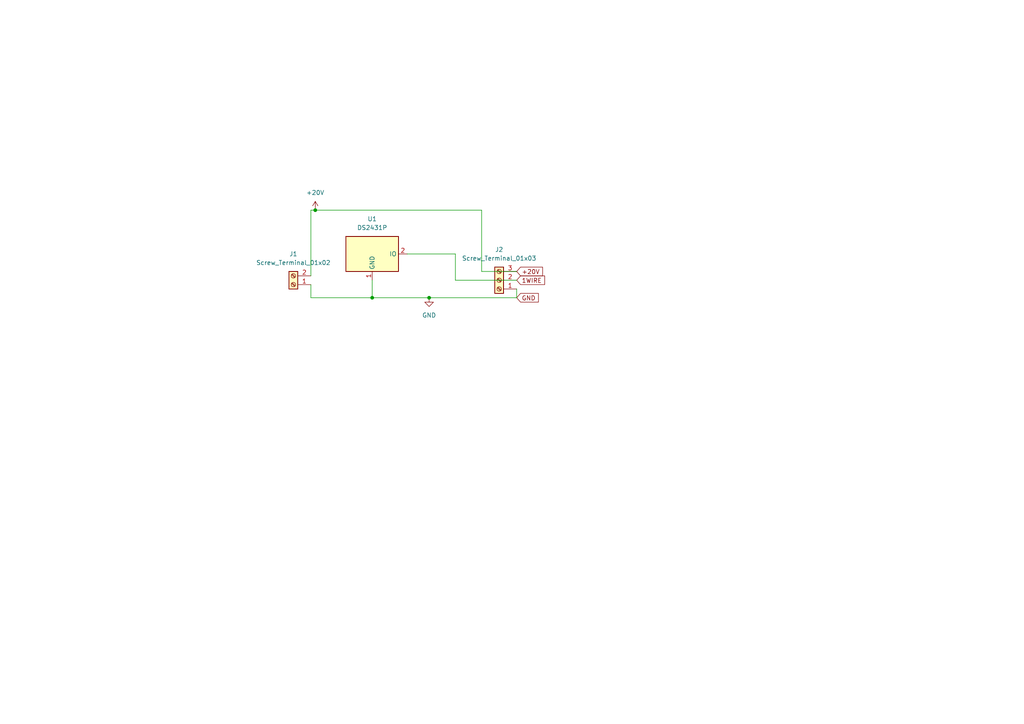
<source format=kicad_sch>
(kicad_sch
	(version 20250114)
	(generator "eeschema")
	(generator_version "9.0")
	(uuid "1c7e6398-1e52-4c78-9b8c-ef1e64772bc1")
	(paper "A4")
	(lib_symbols
		(symbol "Connector:Screw_Terminal_01x02"
			(pin_names
				(offset 1.016)
				(hide yes)
			)
			(exclude_from_sim no)
			(in_bom yes)
			(on_board yes)
			(property "Reference" "J"
				(at 0 2.54 0)
				(effects
					(font
						(size 1.27 1.27)
					)
				)
			)
			(property "Value" "Screw_Terminal_01x02"
				(at 0 -5.08 0)
				(effects
					(font
						(size 1.27 1.27)
					)
				)
			)
			(property "Footprint" ""
				(at 0 0 0)
				(effects
					(font
						(size 1.27 1.27)
					)
					(hide yes)
				)
			)
			(property "Datasheet" "~"
				(at 0 0 0)
				(effects
					(font
						(size 1.27 1.27)
					)
					(hide yes)
				)
			)
			(property "Description" "Generic screw terminal, single row, 01x02, script generated (kicad-library-utils/schlib/autogen/connector/)"
				(at 0 0 0)
				(effects
					(font
						(size 1.27 1.27)
					)
					(hide yes)
				)
			)
			(property "ki_keywords" "screw terminal"
				(at 0 0 0)
				(effects
					(font
						(size 1.27 1.27)
					)
					(hide yes)
				)
			)
			(property "ki_fp_filters" "TerminalBlock*:*"
				(at 0 0 0)
				(effects
					(font
						(size 1.27 1.27)
					)
					(hide yes)
				)
			)
			(symbol "Screw_Terminal_01x02_1_1"
				(rectangle
					(start -1.27 1.27)
					(end 1.27 -3.81)
					(stroke
						(width 0.254)
						(type default)
					)
					(fill
						(type background)
					)
				)
				(polyline
					(pts
						(xy -0.5334 0.3302) (xy 0.3302 -0.508)
					)
					(stroke
						(width 0.1524)
						(type default)
					)
					(fill
						(type none)
					)
				)
				(polyline
					(pts
						(xy -0.5334 -2.2098) (xy 0.3302 -3.048)
					)
					(stroke
						(width 0.1524)
						(type default)
					)
					(fill
						(type none)
					)
				)
				(polyline
					(pts
						(xy -0.3556 0.508) (xy 0.508 -0.3302)
					)
					(stroke
						(width 0.1524)
						(type default)
					)
					(fill
						(type none)
					)
				)
				(polyline
					(pts
						(xy -0.3556 -2.032) (xy 0.508 -2.8702)
					)
					(stroke
						(width 0.1524)
						(type default)
					)
					(fill
						(type none)
					)
				)
				(circle
					(center 0 0)
					(radius 0.635)
					(stroke
						(width 0.1524)
						(type default)
					)
					(fill
						(type none)
					)
				)
				(circle
					(center 0 -2.54)
					(radius 0.635)
					(stroke
						(width 0.1524)
						(type default)
					)
					(fill
						(type none)
					)
				)
				(pin passive line
					(at -5.08 0 0)
					(length 3.81)
					(name "Pin_1"
						(effects
							(font
								(size 1.27 1.27)
							)
						)
					)
					(number "1"
						(effects
							(font
								(size 1.27 1.27)
							)
						)
					)
				)
				(pin passive line
					(at -5.08 -2.54 0)
					(length 3.81)
					(name "Pin_2"
						(effects
							(font
								(size 1.27 1.27)
							)
						)
					)
					(number "2"
						(effects
							(font
								(size 1.27 1.27)
							)
						)
					)
				)
			)
			(embedded_fonts no)
		)
		(symbol "Connector:Screw_Terminal_01x03"
			(pin_names
				(offset 1.016)
				(hide yes)
			)
			(exclude_from_sim no)
			(in_bom yes)
			(on_board yes)
			(property "Reference" "J"
				(at 0 5.08 0)
				(effects
					(font
						(size 1.27 1.27)
					)
				)
			)
			(property "Value" "Screw_Terminal_01x03"
				(at 0 -5.08 0)
				(effects
					(font
						(size 1.27 1.27)
					)
				)
			)
			(property "Footprint" ""
				(at 0 0 0)
				(effects
					(font
						(size 1.27 1.27)
					)
					(hide yes)
				)
			)
			(property "Datasheet" "~"
				(at 0 0 0)
				(effects
					(font
						(size 1.27 1.27)
					)
					(hide yes)
				)
			)
			(property "Description" "Generic screw terminal, single row, 01x03, script generated (kicad-library-utils/schlib/autogen/connector/)"
				(at 0 0 0)
				(effects
					(font
						(size 1.27 1.27)
					)
					(hide yes)
				)
			)
			(property "ki_keywords" "screw terminal"
				(at 0 0 0)
				(effects
					(font
						(size 1.27 1.27)
					)
					(hide yes)
				)
			)
			(property "ki_fp_filters" "TerminalBlock*:*"
				(at 0 0 0)
				(effects
					(font
						(size 1.27 1.27)
					)
					(hide yes)
				)
			)
			(symbol "Screw_Terminal_01x03_1_1"
				(rectangle
					(start -1.27 3.81)
					(end 1.27 -3.81)
					(stroke
						(width 0.254)
						(type default)
					)
					(fill
						(type background)
					)
				)
				(polyline
					(pts
						(xy -0.5334 2.8702) (xy 0.3302 2.032)
					)
					(stroke
						(width 0.1524)
						(type default)
					)
					(fill
						(type none)
					)
				)
				(polyline
					(pts
						(xy -0.5334 0.3302) (xy 0.3302 -0.508)
					)
					(stroke
						(width 0.1524)
						(type default)
					)
					(fill
						(type none)
					)
				)
				(polyline
					(pts
						(xy -0.5334 -2.2098) (xy 0.3302 -3.048)
					)
					(stroke
						(width 0.1524)
						(type default)
					)
					(fill
						(type none)
					)
				)
				(polyline
					(pts
						(xy -0.3556 3.048) (xy 0.508 2.2098)
					)
					(stroke
						(width 0.1524)
						(type default)
					)
					(fill
						(type none)
					)
				)
				(polyline
					(pts
						(xy -0.3556 0.508) (xy 0.508 -0.3302)
					)
					(stroke
						(width 0.1524)
						(type default)
					)
					(fill
						(type none)
					)
				)
				(polyline
					(pts
						(xy -0.3556 -2.032) (xy 0.508 -2.8702)
					)
					(stroke
						(width 0.1524)
						(type default)
					)
					(fill
						(type none)
					)
				)
				(circle
					(center 0 2.54)
					(radius 0.635)
					(stroke
						(width 0.1524)
						(type default)
					)
					(fill
						(type none)
					)
				)
				(circle
					(center 0 0)
					(radius 0.635)
					(stroke
						(width 0.1524)
						(type default)
					)
					(fill
						(type none)
					)
				)
				(circle
					(center 0 -2.54)
					(radius 0.635)
					(stroke
						(width 0.1524)
						(type default)
					)
					(fill
						(type none)
					)
				)
				(pin passive line
					(at -5.08 2.54 0)
					(length 3.81)
					(name "Pin_1"
						(effects
							(font
								(size 1.27 1.27)
							)
						)
					)
					(number "1"
						(effects
							(font
								(size 1.27 1.27)
							)
						)
					)
				)
				(pin passive line
					(at -5.08 0 0)
					(length 3.81)
					(name "Pin_2"
						(effects
							(font
								(size 1.27 1.27)
							)
						)
					)
					(number "2"
						(effects
							(font
								(size 1.27 1.27)
							)
						)
					)
				)
				(pin passive line
					(at -5.08 -2.54 0)
					(length 3.81)
					(name "Pin_3"
						(effects
							(font
								(size 1.27 1.27)
							)
						)
					)
					(number "3"
						(effects
							(font
								(size 1.27 1.27)
							)
						)
					)
				)
			)
			(embedded_fonts no)
		)
		(symbol "Memory_EEPROM:DS2431P"
			(exclude_from_sim no)
			(in_bom yes)
			(on_board yes)
			(property "Reference" "U"
				(at -6.35 6.35 0)
				(effects
					(font
						(size 1.27 1.27)
					)
				)
			)
			(property "Value" "DS2431P"
				(at 7.62 6.35 0)
				(effects
					(font
						(size 1.27 1.27)
					)
				)
			)
			(property "Footprint" "Package_SO_J-Lead:TSOC-6_3.76x3.94mm_P1.27mm"
				(at 0 10.16 0)
				(effects
					(font
						(size 1.27 1.27)
					)
					(hide yes)
				)
			)
			(property "Datasheet" "https://www.analog.com/media/en/technical-documentation/data-sheets/DS2431.pdf"
				(at 0 12.7 0)
				(effects
					(font
						(size 1.27 1.27)
					)
					(hide yes)
				)
			)
			(property "Description" "1024-bit, 1-Wire® EEPROM chip, TSOC-6"
				(at 0 15.24 0)
				(effects
					(font
						(size 1.27 1.27)
					)
					(hide yes)
				)
			)
			(property "ki_keywords" "1kb EEPROM memory"
				(at 0 0 0)
				(effects
					(font
						(size 1.27 1.27)
					)
					(hide yes)
				)
			)
			(property "ki_fp_filters" "TSOC*"
				(at 0 0 0)
				(effects
					(font
						(size 1.27 1.27)
					)
					(hide yes)
				)
			)
			(symbol "DS2431P_1_1"
				(rectangle
					(start -7.62 5.08)
					(end 7.62 -5.08)
					(stroke
						(width 0.254)
						(type default)
					)
					(fill
						(type background)
					)
				)
				(pin no_connect line
					(at -7.62 0 0)
					(length 2.54)
					(hide yes)
					(name "NC"
						(effects
							(font
								(size 1.27 1.27)
							)
						)
					)
					(number "3"
						(effects
							(font
								(size 1.27 1.27)
							)
						)
					)
				)
				(pin no_connect line
					(at -7.62 0 0)
					(length 2.54)
					(hide yes)
					(name "NC"
						(effects
							(font
								(size 1.27 1.27)
							)
						)
					)
					(number "4"
						(effects
							(font
								(size 1.27 1.27)
							)
						)
					)
				)
				(pin no_connect line
					(at -7.62 0 0)
					(length 2.54)
					(hide yes)
					(name "NC"
						(effects
							(font
								(size 1.27 1.27)
							)
						)
					)
					(number "5"
						(effects
							(font
								(size 1.27 1.27)
							)
						)
					)
				)
				(pin no_connect line
					(at -7.62 0 0)
					(length 2.54)
					(hide yes)
					(name "NC"
						(effects
							(font
								(size 1.27 1.27)
							)
						)
					)
					(number "6"
						(effects
							(font
								(size 1.27 1.27)
							)
						)
					)
				)
				(pin power_in line
					(at 0 -7.62 90)
					(length 2.54)
					(name "GND"
						(effects
							(font
								(size 1.27 1.27)
							)
						)
					)
					(number "1"
						(effects
							(font
								(size 1.27 1.27)
							)
						)
					)
				)
				(pin bidirectional line
					(at 10.16 0 180)
					(length 2.54)
					(name "IO"
						(effects
							(font
								(size 1.27 1.27)
							)
						)
					)
					(number "2"
						(effects
							(font
								(size 1.27 1.27)
							)
						)
					)
				)
			)
			(embedded_fonts no)
		)
		(symbol "power:+24V"
			(power)
			(pin_numbers
				(hide yes)
			)
			(pin_names
				(offset 0)
				(hide yes)
			)
			(exclude_from_sim no)
			(in_bom yes)
			(on_board yes)
			(property "Reference" "#PWR"
				(at 0 -3.81 0)
				(effects
					(font
						(size 1.27 1.27)
					)
					(hide yes)
				)
			)
			(property "Value" "+24V"
				(at 0 3.556 0)
				(effects
					(font
						(size 1.27 1.27)
					)
				)
			)
			(property "Footprint" ""
				(at 0 0 0)
				(effects
					(font
						(size 1.27 1.27)
					)
					(hide yes)
				)
			)
			(property "Datasheet" ""
				(at 0 0 0)
				(effects
					(font
						(size 1.27 1.27)
					)
					(hide yes)
				)
			)
			(property "Description" "Power symbol creates a global label with name \"+24V\""
				(at 0 0 0)
				(effects
					(font
						(size 1.27 1.27)
					)
					(hide yes)
				)
			)
			(property "ki_keywords" "global power"
				(at 0 0 0)
				(effects
					(font
						(size 1.27 1.27)
					)
					(hide yes)
				)
			)
			(symbol "+24V_0_1"
				(polyline
					(pts
						(xy -0.762 1.27) (xy 0 2.54)
					)
					(stroke
						(width 0)
						(type default)
					)
					(fill
						(type none)
					)
				)
				(polyline
					(pts
						(xy 0 2.54) (xy 0.762 1.27)
					)
					(stroke
						(width 0)
						(type default)
					)
					(fill
						(type none)
					)
				)
				(polyline
					(pts
						(xy 0 0) (xy 0 2.54)
					)
					(stroke
						(width 0)
						(type default)
					)
					(fill
						(type none)
					)
				)
			)
			(symbol "+24V_1_1"
				(pin power_in line
					(at 0 0 90)
					(length 0)
					(name "~"
						(effects
							(font
								(size 1.27 1.27)
							)
						)
					)
					(number "1"
						(effects
							(font
								(size 1.27 1.27)
							)
						)
					)
				)
			)
			(embedded_fonts no)
		)
		(symbol "power:GND"
			(power)
			(pin_numbers
				(hide yes)
			)
			(pin_names
				(offset 0)
				(hide yes)
			)
			(exclude_from_sim no)
			(in_bom yes)
			(on_board yes)
			(property "Reference" "#PWR"
				(at 0 -6.35 0)
				(effects
					(font
						(size 1.27 1.27)
					)
					(hide yes)
				)
			)
			(property "Value" "GND"
				(at 0 -3.81 0)
				(effects
					(font
						(size 1.27 1.27)
					)
				)
			)
			(property "Footprint" ""
				(at 0 0 0)
				(effects
					(font
						(size 1.27 1.27)
					)
					(hide yes)
				)
			)
			(property "Datasheet" ""
				(at 0 0 0)
				(effects
					(font
						(size 1.27 1.27)
					)
					(hide yes)
				)
			)
			(property "Description" "Power symbol creates a global label with name \"GND\" , ground"
				(at 0 0 0)
				(effects
					(font
						(size 1.27 1.27)
					)
					(hide yes)
				)
			)
			(property "ki_keywords" "global power"
				(at 0 0 0)
				(effects
					(font
						(size 1.27 1.27)
					)
					(hide yes)
				)
			)
			(symbol "GND_0_1"
				(polyline
					(pts
						(xy 0 0) (xy 0 -1.27) (xy 1.27 -1.27) (xy 0 -2.54) (xy -1.27 -1.27) (xy 0 -1.27)
					)
					(stroke
						(width 0)
						(type default)
					)
					(fill
						(type none)
					)
				)
			)
			(symbol "GND_1_1"
				(pin power_in line
					(at 0 0 270)
					(length 0)
					(name "~"
						(effects
							(font
								(size 1.27 1.27)
							)
						)
					)
					(number "1"
						(effects
							(font
								(size 1.27 1.27)
							)
						)
					)
				)
			)
			(embedded_fonts no)
		)
	)
	(junction
		(at 107.95 86.36)
		(diameter 0)
		(color 0 0 0 0)
		(uuid "9e0e068f-d629-4646-b185-02203a71f401")
	)
	(junction
		(at 91.44 60.96)
		(diameter 0)
		(color 0 0 0 0)
		(uuid "c1368ccb-326d-40a4-82ee-e1d2b9327ad9")
	)
	(junction
		(at 124.46 86.36)
		(diameter 0)
		(color 0 0 0 0)
		(uuid "c1c1804d-3062-4b11-8416-cbb2e3ba7e7e")
	)
	(wire
		(pts
			(xy 149.86 86.36) (xy 149.86 83.82)
		)
		(stroke
			(width 0)
			(type default)
		)
		(uuid "1c03130a-c855-439b-bb9e-7d6d651f9e51")
	)
	(wire
		(pts
			(xy 90.17 60.96) (xy 91.44 60.96)
		)
		(stroke
			(width 0)
			(type default)
		)
		(uuid "45dbaf1f-a303-4bdf-9fe1-40dfac8b76ac")
	)
	(wire
		(pts
			(xy 139.7 60.96) (xy 139.7 78.74)
		)
		(stroke
			(width 0)
			(type default)
		)
		(uuid "4b68cf61-2eaf-4f28-bc07-c8b2d61844dd")
	)
	(wire
		(pts
			(xy 90.17 86.36) (xy 107.95 86.36)
		)
		(stroke
			(width 0)
			(type default)
		)
		(uuid "5c690461-7518-4a67-89fc-51262bf5a5df")
	)
	(wire
		(pts
			(xy 91.44 60.96) (xy 139.7 60.96)
		)
		(stroke
			(width 0)
			(type default)
		)
		(uuid "6500f20a-1a94-4c40-b9bf-d77f159aee72")
	)
	(wire
		(pts
			(xy 107.95 86.36) (xy 124.46 86.36)
		)
		(stroke
			(width 0)
			(type default)
		)
		(uuid "a147f3d7-2c39-4245-aefd-1e871b375077")
	)
	(wire
		(pts
			(xy 132.08 81.28) (xy 149.86 81.28)
		)
		(stroke
			(width 0)
			(type default)
		)
		(uuid "a405ddb5-91bf-43b9-8be9-04b215e3c834")
	)
	(wire
		(pts
			(xy 90.17 82.55) (xy 90.17 86.36)
		)
		(stroke
			(width 0)
			(type default)
		)
		(uuid "a4aa7364-a7d1-4229-aa8d-9c98bdc9de29")
	)
	(wire
		(pts
			(xy 124.46 86.36) (xy 149.86 86.36)
		)
		(stroke
			(width 0)
			(type default)
		)
		(uuid "a7bd6f05-ec54-414e-a7b7-71b1d729ab90")
	)
	(wire
		(pts
			(xy 90.17 80.01) (xy 90.17 60.96)
		)
		(stroke
			(width 0)
			(type default)
		)
		(uuid "adab6c6d-4c4b-420d-8014-729b2bb8faea")
	)
	(wire
		(pts
			(xy 118.11 73.66) (xy 132.08 73.66)
		)
		(stroke
			(width 0)
			(type default)
		)
		(uuid "cad6fd3c-1268-4f1d-9414-fa67ad58d1a2")
	)
	(wire
		(pts
			(xy 107.95 81.28) (xy 107.95 86.36)
		)
		(stroke
			(width 0)
			(type default)
		)
		(uuid "dfd9e7f0-e7f1-4660-a1a3-20d6b4ad10a4")
	)
	(wire
		(pts
			(xy 132.08 73.66) (xy 132.08 81.28)
		)
		(stroke
			(width 0)
			(type default)
		)
		(uuid "fcc4b797-55bb-4a06-ae9a-4d4a9bc4d650")
	)
	(wire
		(pts
			(xy 139.7 78.74) (xy 149.86 78.74)
		)
		(stroke
			(width 0)
			(type default)
		)
		(uuid "fffac90f-c483-4cde-97c2-d82bb51fd0c5")
	)
	(global_label "GND"
		(shape input)
		(at 149.86 86.36 0)
		(fields_autoplaced yes)
		(effects
			(font
				(size 1.27 1.27)
			)
			(justify left)
		)
		(uuid "4f526ae9-1b2a-4dfa-8e08-b9411e51311f")
		(property "Intersheetrefs" "${INTERSHEET_REFS}"
			(at 156.7157 86.36 0)
			(effects
				(font
					(size 1.27 1.27)
				)
				(justify left)
				(hide yes)
			)
		)
	)
	(global_label "+20V"
		(shape input)
		(at 149.86 78.74 0)
		(fields_autoplaced yes)
		(effects
			(font
				(size 1.27 1.27)
			)
			(justify left)
		)
		(uuid "99c1b728-b147-4cfb-bfa6-ec37f28d5330")
		(property "Intersheetrefs" "${INTERSHEET_REFS}"
			(at 157.9252 78.74 0)
			(effects
				(font
					(size 1.27 1.27)
				)
				(justify left)
				(hide yes)
			)
		)
	)
	(global_label "1WIRE"
		(shape input)
		(at 149.86 81.28 0)
		(fields_autoplaced yes)
		(effects
			(font
				(size 1.27 1.27)
			)
			(justify left)
		)
		(uuid "b6356a6b-293f-4346-821e-9d18b3ee128c")
		(property "Intersheetrefs" "${INTERSHEET_REFS}"
			(at 158.5299 81.28 0)
			(effects
				(font
					(size 1.27 1.27)
				)
				(justify left)
				(hide yes)
			)
		)
	)
	(symbol
		(lib_id "power:+24V")
		(at 91.44 60.96 0)
		(unit 1)
		(exclude_from_sim no)
		(in_bom yes)
		(on_board yes)
		(dnp no)
		(fields_autoplaced yes)
		(uuid "320c25aa-1a3c-4f3e-9710-79fd19ff4249")
		(property "Reference" "#PWR02"
			(at 91.44 64.77 0)
			(effects
				(font
					(size 1.27 1.27)
				)
				(hide yes)
			)
		)
		(property "Value" "+20V"
			(at 91.44 55.88 0)
			(effects
				(font
					(size 1.27 1.27)
				)
			)
		)
		(property "Footprint" ""
			(at 91.44 60.96 0)
			(effects
				(font
					(size 1.27 1.27)
				)
				(hide yes)
			)
		)
		(property "Datasheet" ""
			(at 91.44 60.96 0)
			(effects
				(font
					(size 1.27 1.27)
				)
				(hide yes)
			)
		)
		(property "Description" "Power symbol creates a global label with name \"+24V\""
			(at 91.44 60.96 0)
			(effects
				(font
					(size 1.27 1.27)
				)
				(hide yes)
			)
		)
		(pin "1"
			(uuid "f50785eb-3dbd-479d-9047-0eb316cbd548")
		)
		(instances
			(project ""
				(path "/1c7e6398-1e52-4c78-9b8c-ef1e64772bc1"
					(reference "#PWR02")
					(unit 1)
				)
			)
		)
	)
	(symbol
		(lib_id "Memory_EEPROM:DS2431P")
		(at 107.95 73.66 0)
		(unit 1)
		(exclude_from_sim no)
		(in_bom yes)
		(on_board yes)
		(dnp no)
		(fields_autoplaced yes)
		(uuid "33e4704a-227b-4886-9043-73dd293a1f14")
		(property "Reference" "U1"
			(at 107.95 63.5 0)
			(effects
				(font
					(size 1.27 1.27)
				)
			)
		)
		(property "Value" "DS2431P"
			(at 107.95 66.04 0)
			(effects
				(font
					(size 1.27 1.27)
				)
			)
		)
		(property "Footprint" "Package_SO_J-Lead:TSOC-6_3.76x3.94mm_P1.27mm"
			(at 107.95 63.5 0)
			(effects
				(font
					(size 1.27 1.27)
				)
				(hide yes)
			)
		)
		(property "Datasheet" "https://www.analog.com/media/en/technical-documentation/data-sheets/DS2431.pdf"
			(at 107.95 60.96 0)
			(effects
				(font
					(size 1.27 1.27)
				)
				(hide yes)
			)
		)
		(property "Description" "1024-bit, 1-Wire® EEPROM chip, TSOC-6"
			(at 107.95 58.42 0)
			(effects
				(font
					(size 1.27 1.27)
				)
				(hide yes)
			)
		)
		(pin "6"
			(uuid "b7ea7d3a-8085-450f-afa2-2aa1065fb6b5")
		)
		(pin "5"
			(uuid "ab5637d7-fb18-43ad-8f70-668f81af9aa0")
		)
		(pin "4"
			(uuid "036d696d-dd58-42b8-be47-ff839120ecca")
		)
		(pin "2"
			(uuid "76010a14-c767-41f8-949e-d06f990121b2")
		)
		(pin "1"
			(uuid "3d24ba20-f634-4dec-8d8a-e8ec9c6aa393")
		)
		(pin "3"
			(uuid "a2167a42-8775-487a-8eb9-3f95dfb5dd0e")
		)
		(instances
			(project ""
				(path "/1c7e6398-1e52-4c78-9b8c-ef1e64772bc1"
					(reference "U1")
					(unit 1)
				)
			)
		)
	)
	(symbol
		(lib_id "Connector:Screw_Terminal_01x02")
		(at 85.09 82.55 180)
		(unit 1)
		(exclude_from_sim no)
		(in_bom yes)
		(on_board yes)
		(dnp no)
		(fields_autoplaced yes)
		(uuid "aba2d84d-51ef-45e3-b584-886986eefb07")
		(property "Reference" "J1"
			(at 85.09 73.66 0)
			(effects
				(font
					(size 1.27 1.27)
				)
			)
		)
		(property "Value" "Screw_Terminal_01x02"
			(at 85.09 76.2 0)
			(effects
				(font
					(size 1.27 1.27)
				)
			)
		)
		(property "Footprint" "TerminalBlock:TerminalBlock_MaiXu_MX126-5.0-02P_1x02_P5.00mm"
			(at 85.09 82.55 0)
			(effects
				(font
					(size 1.27 1.27)
				)
				(hide yes)
			)
		)
		(property "Datasheet" "~"
			(at 85.09 82.55 0)
			(effects
				(font
					(size 1.27 1.27)
				)
				(hide yes)
			)
		)
		(property "Description" "Generic screw terminal, single row, 01x02, script generated (kicad-library-utils/schlib/autogen/connector/)"
			(at 85.09 82.55 0)
			(effects
				(font
					(size 1.27 1.27)
				)
				(hide yes)
			)
		)
		(pin "1"
			(uuid "c23ce3ac-e1c2-4cb7-9769-df031c1b73ea")
		)
		(pin "2"
			(uuid "a5bf1d3f-cbca-4f03-be2f-d55ecd8ec573")
		)
		(instances
			(project ""
				(path "/1c7e6398-1e52-4c78-9b8c-ef1e64772bc1"
					(reference "J1")
					(unit 1)
				)
			)
		)
	)
	(symbol
		(lib_id "power:GND")
		(at 124.46 86.36 0)
		(unit 1)
		(exclude_from_sim no)
		(in_bom yes)
		(on_board yes)
		(dnp no)
		(fields_autoplaced yes)
		(uuid "df337dfb-029b-44cc-8be8-ff59c5bc55a5")
		(property "Reference" "#PWR01"
			(at 124.46 92.71 0)
			(effects
				(font
					(size 1.27 1.27)
				)
				(hide yes)
			)
		)
		(property "Value" "GND"
			(at 124.46 91.44 0)
			(effects
				(font
					(size 1.27 1.27)
				)
			)
		)
		(property "Footprint" ""
			(at 124.46 86.36 0)
			(effects
				(font
					(size 1.27 1.27)
				)
				(hide yes)
			)
		)
		(property "Datasheet" ""
			(at 124.46 86.36 0)
			(effects
				(font
					(size 1.27 1.27)
				)
				(hide yes)
			)
		)
		(property "Description" "Power symbol creates a global label with name \"GND\" , ground"
			(at 124.46 86.36 0)
			(effects
				(font
					(size 1.27 1.27)
				)
				(hide yes)
			)
		)
		(pin "1"
			(uuid "b67853a0-4605-4bdb-83b6-02c9a84afa9b")
		)
		(instances
			(project ""
				(path "/1c7e6398-1e52-4c78-9b8c-ef1e64772bc1"
					(reference "#PWR01")
					(unit 1)
				)
			)
		)
	)
	(symbol
		(lib_id "Connector:Screw_Terminal_01x03")
		(at 144.78 81.28 180)
		(unit 1)
		(exclude_from_sim no)
		(in_bom yes)
		(on_board yes)
		(dnp no)
		(fields_autoplaced yes)
		(uuid "eacbe98a-d13b-4448-a67d-0ff323fbb4bf")
		(property "Reference" "J2"
			(at 144.78 72.39 0)
			(effects
				(font
					(size 1.27 1.27)
				)
			)
		)
		(property "Value" "Screw_Terminal_01x03"
			(at 144.78 74.93 0)
			(effects
				(font
					(size 1.27 1.27)
				)
			)
		)
		(property "Footprint" "TerminalBlock:TerminalBlock_MaiXu_MX126-5.0-03P_1x03_P5.00mm"
			(at 144.78 81.28 0)
			(effects
				(font
					(size 1.27 1.27)
				)
				(hide yes)
			)
		)
		(property "Datasheet" "~"
			(at 144.78 81.28 0)
			(effects
				(font
					(size 1.27 1.27)
				)
				(hide yes)
			)
		)
		(property "Description" "Generic screw terminal, single row, 01x03, script generated (kicad-library-utils/schlib/autogen/connector/)"
			(at 144.78 81.28 0)
			(effects
				(font
					(size 1.27 1.27)
				)
				(hide yes)
			)
		)
		(pin "2"
			(uuid "c3bd030d-9d18-424f-9230-3d787992c81f")
		)
		(pin "1"
			(uuid "2096d604-ee0c-4a4f-a187-b5f6aeb7f297")
		)
		(pin "3"
			(uuid "1fed4005-9d25-4295-b47c-ecbd7d8f80c2")
		)
		(instances
			(project ""
				(path "/1c7e6398-1e52-4c78-9b8c-ef1e64772bc1"
					(reference "J2")
					(unit 1)
				)
			)
		)
	)
	(sheet_instances
		(path "/"
			(page "1")
		)
	)
	(embedded_fonts no)
)

</source>
